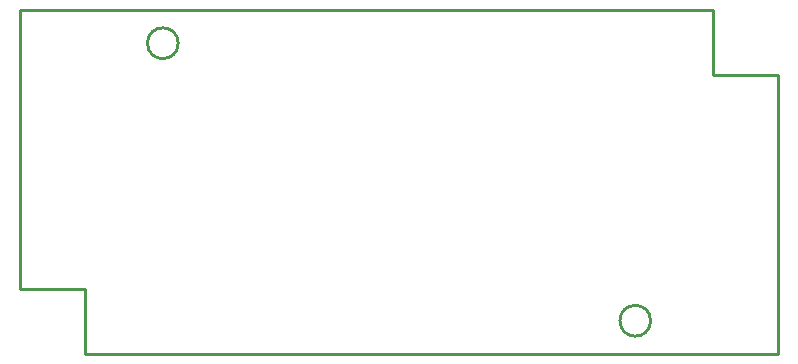
<source format=gbr>
%TF.GenerationSoftware,KiCad,Pcbnew,(7.0.0-0)*%
%TF.CreationDate,2023-02-23T13:52:58+03:00*%
%TF.ProjectId,KSS,4b53532e-6b69-4636-9164-5f7063625858,rev?*%
%TF.SameCoordinates,Original*%
%TF.FileFunction,Profile,NP*%
%FSLAX46Y46*%
G04 Gerber Fmt 4.6, Leading zero omitted, Abs format (unit mm)*
G04 Created by KiCad (PCBNEW (7.0.0-0)) date 2023-02-23 13:52:58*
%MOMM*%
%LPD*%
G01*
G04 APERTURE LIST*
%TA.AperFunction,Profile*%
%ADD10C,0.250000*%
%TD*%
G04 APERTURE END LIST*
D10*
X157265200Y-81556000D02*
X151765200Y-81556000D01*
X93165200Y-76056000D02*
X151765200Y-76056000D01*
X151765200Y-81556000D02*
X151765200Y-76056000D01*
X146515200Y-102356000D02*
G75*
G03*
X146515200Y-102356000I-1300000J0D01*
G01*
X98665200Y-99656000D02*
X98665200Y-105156000D01*
X157265200Y-81556000D02*
X157265200Y-105156000D01*
X93165200Y-99656000D02*
X93165200Y-76056000D01*
X157265200Y-105156000D02*
X98665200Y-105156000D01*
X93165200Y-99656000D02*
X98665200Y-99656000D01*
X106515200Y-78856000D02*
G75*
G03*
X106515200Y-78856000I-1300000J0D01*
G01*
M02*

</source>
